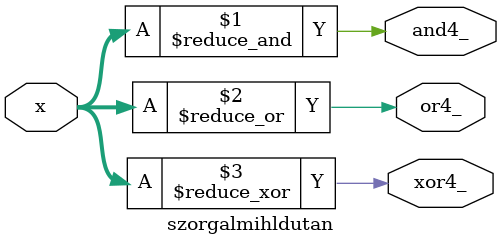
<source format=v>
`timescale 1ns / 1ps
module szorgalmihldutan(
input [3:0] x ,
output and4_ ,
output or4_ ,
output xor4_
    );
assign and4_ = &x;
assign or4_ = |x;
assign xor4_ = ^x;

endmodule

</source>
